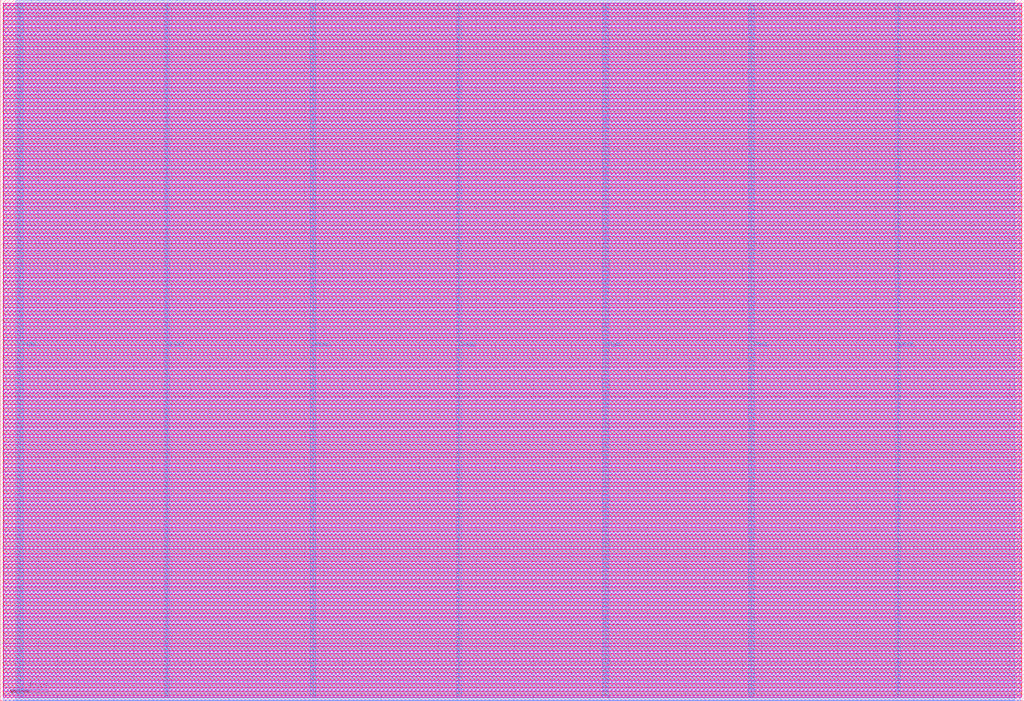
<source format=lef>
VERSION 5.7 ;
  NOWIREEXTENSIONATPIN ON ;
  DIVIDERCHAR "/" ;
  BUSBITCHARS "[]" ;
MACRO tt_um_MichaelBell_tinyQV
  CLASS BLOCK ;
  FOREIGN tt_um_MichaelBell_tinyQV ;
  ORIGIN 0.000 0.000 ;
  SIZE 1075.760 BY 736.960 ;
  PIN VGND
    DIRECTION INOUT ;
    USE GROUND ;
    PORT
      LAYER Metal4 ;
        RECT 22.180 3.620 23.780 733.340 ;
    END
    PORT
      LAYER Metal4 ;
        RECT 175.780 3.620 177.380 733.340 ;
    END
    PORT
      LAYER Metal4 ;
        RECT 329.380 3.620 330.980 733.340 ;
    END
    PORT
      LAYER Metal4 ;
        RECT 482.980 3.620 484.580 733.340 ;
    END
    PORT
      LAYER Metal4 ;
        RECT 636.580 3.620 638.180 733.340 ;
    END
    PORT
      LAYER Metal4 ;
        RECT 790.180 3.620 791.780 733.340 ;
    END
    PORT
      LAYER Metal4 ;
        RECT 943.780 3.620 945.380 733.340 ;
    END
  END VGND
  PIN VPWR
    DIRECTION INOUT ;
    USE POWER ;
    PORT
      LAYER Metal4 ;
        RECT 18.880 3.620 20.480 733.340 ;
    END
    PORT
      LAYER Metal4 ;
        RECT 172.480 3.620 174.080 733.340 ;
    END
    PORT
      LAYER Metal4 ;
        RECT 326.080 3.620 327.680 733.340 ;
    END
    PORT
      LAYER Metal4 ;
        RECT 479.680 3.620 481.280 733.340 ;
    END
    PORT
      LAYER Metal4 ;
        RECT 633.280 3.620 634.880 733.340 ;
    END
    PORT
      LAYER Metal4 ;
        RECT 786.880 3.620 788.480 733.340 ;
    END
    PORT
      LAYER Metal4 ;
        RECT 940.480 3.620 942.080 733.340 ;
    END
  END VPWR
  PIN clk
    DIRECTION INPUT ;
    USE SIGNAL ;
    ANTENNAGATEAREA 4.738000 ;
    PORT
      LAYER Metal4 ;
        RECT 331.090 735.960 331.390 736.960 ;
    END
  END clk
  PIN ena
    DIRECTION INPUT ;
    USE SIGNAL ;
    PORT
      LAYER Metal4 ;
        RECT 338.370 735.960 338.670 736.960 ;
    END
  END ena
  PIN rst_n
    DIRECTION INPUT ;
    USE SIGNAL ;
    ANTENNAGATEAREA 1.102000 ;
    PORT
      LAYER Metal4 ;
        RECT 323.810 735.960 324.110 736.960 ;
    END
  END rst_n
  PIN ui_in[0]
    DIRECTION INPUT ;
    USE SIGNAL ;
    ANTENNAGATEAREA 0.498500 ;
    PORT
      LAYER Metal4 ;
        RECT 316.530 735.960 316.830 736.960 ;
    END
  END ui_in[0]
  PIN ui_in[1]
    DIRECTION INPUT ;
    USE SIGNAL ;
    ANTENNAGATEAREA 0.498500 ;
    PORT
      LAYER Metal4 ;
        RECT 309.250 735.960 309.550 736.960 ;
    END
  END ui_in[1]
  PIN ui_in[2]
    DIRECTION INPUT ;
    USE SIGNAL ;
    ANTENNAGATEAREA 0.498500 ;
    PORT
      LAYER Metal4 ;
        RECT 301.970 735.960 302.270 736.960 ;
    END
  END ui_in[2]
  PIN ui_in[3]
    DIRECTION INPUT ;
    USE SIGNAL ;
    ANTENNAGATEAREA 0.741000 ;
    PORT
      LAYER Metal4 ;
        RECT 294.690 735.960 294.990 736.960 ;
    END
  END ui_in[3]
  PIN ui_in[4]
    DIRECTION INPUT ;
    USE SIGNAL ;
    ANTENNAGATEAREA 1.102000 ;
    PORT
      LAYER Metal4 ;
        RECT 287.410 735.960 287.710 736.960 ;
    END
  END ui_in[4]
  PIN ui_in[5]
    DIRECTION INPUT ;
    USE SIGNAL ;
    ANTENNAGATEAREA 1.102000 ;
    PORT
      LAYER Metal4 ;
        RECT 280.130 735.960 280.430 736.960 ;
    END
  END ui_in[5]
  PIN ui_in[6]
    DIRECTION INPUT ;
    USE SIGNAL ;
    ANTENNAGATEAREA 1.102000 ;
    PORT
      LAYER Metal4 ;
        RECT 272.850 735.960 273.150 736.960 ;
    END
  END ui_in[6]
  PIN ui_in[7]
    DIRECTION INPUT ;
    USE SIGNAL ;
    ANTENNAGATEAREA 0.741000 ;
    PORT
      LAYER Metal4 ;
        RECT 265.570 735.960 265.870 736.960 ;
    END
  END ui_in[7]
  PIN uio_in[0]
    DIRECTION INPUT ;
    USE SIGNAL ;
    PORT
      LAYER Metal4 ;
        RECT 258.290 735.960 258.590 736.960 ;
    END
  END uio_in[0]
  PIN uio_in[1]
    DIRECTION INPUT ;
    USE SIGNAL ;
    ANTENNAGATEAREA 0.498500 ;
    PORT
      LAYER Metal4 ;
        RECT 251.010 735.960 251.310 736.960 ;
    END
  END uio_in[1]
  PIN uio_in[2]
    DIRECTION INPUT ;
    USE SIGNAL ;
    ANTENNAGATEAREA 0.498500 ;
    PORT
      LAYER Metal4 ;
        RECT 243.730 735.960 244.030 736.960 ;
    END
  END uio_in[2]
  PIN uio_in[3]
    DIRECTION INPUT ;
    USE SIGNAL ;
    PORT
      LAYER Metal4 ;
        RECT 236.450 735.960 236.750 736.960 ;
    END
  END uio_in[3]
  PIN uio_in[4]
    DIRECTION INPUT ;
    USE SIGNAL ;
    ANTENNAGATEAREA 0.726000 ;
    PORT
      LAYER Metal4 ;
        RECT 229.170 735.960 229.470 736.960 ;
    END
  END uio_in[4]
  PIN uio_in[5]
    DIRECTION INPUT ;
    USE SIGNAL ;
    ANTENNAGATEAREA 0.741000 ;
    PORT
      LAYER Metal4 ;
        RECT 221.890 735.960 222.190 736.960 ;
    END
  END uio_in[5]
  PIN uio_in[6]
    DIRECTION INPUT ;
    USE SIGNAL ;
    PORT
      LAYER Metal4 ;
        RECT 214.610 735.960 214.910 736.960 ;
    END
  END uio_in[6]
  PIN uio_in[7]
    DIRECTION INPUT ;
    USE SIGNAL ;
    PORT
      LAYER Metal4 ;
        RECT 207.330 735.960 207.630 736.960 ;
    END
  END uio_in[7]
  PIN uio_oe[0]
    DIRECTION OUTPUT ;
    USE SIGNAL ;
    ANTENNADIFFAREA 2.080400 ;
    PORT
      LAYER Metal4 ;
        RECT 83.570 735.960 83.870 736.960 ;
    END
  END uio_oe[0]
  PIN uio_oe[1]
    DIRECTION OUTPUT ;
    USE SIGNAL ;
    ANTENNADIFFAREA 1.071900 ;
    PORT
      LAYER Metal4 ;
        RECT 76.290 735.960 76.590 736.960 ;
    END
  END uio_oe[1]
  PIN uio_oe[2]
    DIRECTION OUTPUT ;
    USE SIGNAL ;
    ANTENNADIFFAREA 2.080400 ;
    PORT
      LAYER Metal4 ;
        RECT 69.010 735.960 69.310 736.960 ;
    END
  END uio_oe[2]
  PIN uio_oe[3]
    DIRECTION OUTPUT ;
    USE SIGNAL ;
    ANTENNADIFFAREA 2.080400 ;
    PORT
      LAYER Metal4 ;
        RECT 61.730 735.960 62.030 736.960 ;
    END
  END uio_oe[3]
  PIN uio_oe[4]
    DIRECTION OUTPUT ;
    USE SIGNAL ;
    ANTENNADIFFAREA 2.080400 ;
    PORT
      LAYER Metal4 ;
        RECT 54.450 735.960 54.750 736.960 ;
    END
  END uio_oe[4]
  PIN uio_oe[5]
    DIRECTION OUTPUT ;
    USE SIGNAL ;
    ANTENNAGATEAREA 2.204000 ;
    ANTENNADIFFAREA 2.069600 ;
    PORT
      LAYER Metal4 ;
        RECT 47.170 735.960 47.470 736.960 ;
    END
  END uio_oe[5]
  PIN uio_oe[6]
    DIRECTION OUTPUT ;
    USE SIGNAL ;
    ANTENNADIFFAREA 2.080400 ;
    PORT
      LAYER Metal4 ;
        RECT 39.890 735.960 40.190 736.960 ;
    END
  END uio_oe[6]
  PIN uio_oe[7]
    DIRECTION OUTPUT ;
    USE SIGNAL ;
    ANTENNADIFFAREA 2.080400 ;
    PORT
      LAYER Metal4 ;
        RECT 32.610 735.960 32.910 736.960 ;
    END
  END uio_oe[7]
  PIN uio_out[0]
    DIRECTION OUTPUT ;
    USE SIGNAL ;
    ANTENNADIFFAREA 2.080400 ;
    PORT
      LAYER Metal4 ;
        RECT 141.810 735.960 142.110 736.960 ;
    END
  END uio_out[0]
  PIN uio_out[1]
    DIRECTION OUTPUT ;
    USE SIGNAL ;
    ANTENNADIFFAREA 2.256000 ;
    PORT
      LAYER Metal4 ;
        RECT 134.530 735.960 134.830 736.960 ;
    END
  END uio_out[1]
  PIN uio_out[2]
    DIRECTION OUTPUT ;
    USE SIGNAL ;
    ANTENNADIFFAREA 2.256000 ;
    PORT
      LAYER Metal4 ;
        RECT 127.250 735.960 127.550 736.960 ;
    END
  END uio_out[2]
  PIN uio_out[3]
    DIRECTION OUTPUT ;
    USE SIGNAL ;
    ANTENNADIFFAREA 1.986000 ;
    PORT
      LAYER Metal4 ;
        RECT 119.970 735.960 120.270 736.960 ;
    END
  END uio_out[3]
  PIN uio_out[4]
    DIRECTION OUTPUT ;
    USE SIGNAL ;
    ANTENNADIFFAREA 2.932000 ;
    PORT
      LAYER Metal4 ;
        RECT 112.690 735.960 112.990 736.960 ;
    END
  END uio_out[4]
  PIN uio_out[5]
    DIRECTION OUTPUT ;
    USE SIGNAL ;
    ANTENNADIFFAREA 2.256000 ;
    PORT
      LAYER Metal4 ;
        RECT 105.410 735.960 105.710 736.960 ;
    END
  END uio_out[5]
  PIN uio_out[6]
    DIRECTION OUTPUT ;
    USE SIGNAL ;
    ANTENNADIFFAREA 2.080400 ;
    PORT
      LAYER Metal4 ;
        RECT 98.130 735.960 98.430 736.960 ;
    END
  END uio_out[6]
  PIN uio_out[7]
    DIRECTION OUTPUT ;
    USE SIGNAL ;
    ANTENNADIFFAREA 4.389000 ;
    PORT
      LAYER Metal4 ;
        RECT 90.850 735.960 91.150 736.960 ;
    END
  END uio_out[7]
  PIN uo_out[0]
    DIRECTION OUTPUT ;
    USE SIGNAL ;
    ANTENNADIFFAREA 4.369000 ;
    PORT
      LAYER Metal4 ;
        RECT 200.050 735.960 200.350 736.960 ;
    END
  END uo_out[0]
  PIN uo_out[1]
    DIRECTION OUTPUT ;
    USE SIGNAL ;
    ANTENNADIFFAREA 4.369000 ;
    PORT
      LAYER Metal4 ;
        RECT 192.770 735.960 193.070 736.960 ;
    END
  END uo_out[1]
  PIN uo_out[2]
    DIRECTION OUTPUT ;
    USE SIGNAL ;
    ANTENNADIFFAREA 2.304600 ;
    PORT
      LAYER Metal4 ;
        RECT 185.490 735.960 185.790 736.960 ;
    END
  END uo_out[2]
  PIN uo_out[3]
    DIRECTION OUTPUT ;
    USE SIGNAL ;
    ANTENNADIFFAREA 2.304600 ;
    PORT
      LAYER Metal4 ;
        RECT 178.210 735.960 178.510 736.960 ;
    END
  END uo_out[3]
  PIN uo_out[4]
    DIRECTION OUTPUT ;
    USE SIGNAL ;
    ANTENNADIFFAREA 2.304600 ;
    PORT
      LAYER Metal4 ;
        RECT 170.930 735.960 171.230 736.960 ;
    END
  END uo_out[4]
  PIN uo_out[5]
    DIRECTION OUTPUT ;
    USE SIGNAL ;
    ANTENNADIFFAREA 2.304600 ;
    PORT
      LAYER Metal4 ;
        RECT 163.650 735.960 163.950 736.960 ;
    END
  END uo_out[5]
  PIN uo_out[6]
    DIRECTION OUTPUT ;
    USE SIGNAL ;
    ANTENNADIFFAREA 2.256000 ;
    PORT
      LAYER Metal4 ;
        RECT 156.370 735.960 156.670 736.960 ;
    END
  END uo_out[6]
  PIN uo_out[7]
    DIRECTION OUTPUT ;
    USE SIGNAL ;
    ANTENNADIFFAREA 2.256000 ;
    PORT
      LAYER Metal4 ;
        RECT 149.090 735.960 149.390 736.960 ;
    END
  END uo_out[7]
  OBS
      LAYER Pwell ;
        RECT 2.930 731.280 1073.390 733.470 ;
      LAYER Nwell ;
        RECT 2.930 726.960 1073.390 731.280 ;
      LAYER Pwell ;
        RECT 2.930 723.440 1073.390 726.960 ;
      LAYER Nwell ;
        RECT 2.930 719.120 1073.390 723.440 ;
      LAYER Pwell ;
        RECT 2.930 715.600 1073.390 719.120 ;
      LAYER Nwell ;
        RECT 2.930 711.280 1073.390 715.600 ;
      LAYER Pwell ;
        RECT 2.930 707.760 1073.390 711.280 ;
      LAYER Nwell ;
        RECT 2.930 703.440 1073.390 707.760 ;
      LAYER Pwell ;
        RECT 2.930 699.920 1073.390 703.440 ;
      LAYER Nwell ;
        RECT 2.930 695.600 1073.390 699.920 ;
      LAYER Pwell ;
        RECT 2.930 692.080 1073.390 695.600 ;
      LAYER Nwell ;
        RECT 2.930 687.760 1073.390 692.080 ;
      LAYER Pwell ;
        RECT 2.930 684.240 1073.390 687.760 ;
      LAYER Nwell ;
        RECT 2.930 679.920 1073.390 684.240 ;
      LAYER Pwell ;
        RECT 2.930 676.400 1073.390 679.920 ;
      LAYER Nwell ;
        RECT 2.930 672.080 1073.390 676.400 ;
      LAYER Pwell ;
        RECT 2.930 668.560 1073.390 672.080 ;
      LAYER Nwell ;
        RECT 2.930 664.240 1073.390 668.560 ;
      LAYER Pwell ;
        RECT 2.930 660.720 1073.390 664.240 ;
      LAYER Nwell ;
        RECT 2.930 656.400 1073.390 660.720 ;
      LAYER Pwell ;
        RECT 2.930 652.880 1073.390 656.400 ;
      LAYER Nwell ;
        RECT 2.930 648.560 1073.390 652.880 ;
      LAYER Pwell ;
        RECT 2.930 645.040 1073.390 648.560 ;
      LAYER Nwell ;
        RECT 2.930 640.720 1073.390 645.040 ;
      LAYER Pwell ;
        RECT 2.930 637.200 1073.390 640.720 ;
      LAYER Nwell ;
        RECT 2.930 632.880 1073.390 637.200 ;
      LAYER Pwell ;
        RECT 2.930 629.360 1073.390 632.880 ;
      LAYER Nwell ;
        RECT 2.930 625.040 1073.390 629.360 ;
      LAYER Pwell ;
        RECT 2.930 621.520 1073.390 625.040 ;
      LAYER Nwell ;
        RECT 2.930 617.200 1073.390 621.520 ;
      LAYER Pwell ;
        RECT 2.930 613.680 1073.390 617.200 ;
      LAYER Nwell ;
        RECT 2.930 609.360 1073.390 613.680 ;
      LAYER Pwell ;
        RECT 2.930 605.840 1073.390 609.360 ;
      LAYER Nwell ;
        RECT 2.930 601.520 1073.390 605.840 ;
      LAYER Pwell ;
        RECT 2.930 598.000 1073.390 601.520 ;
      LAYER Nwell ;
        RECT 2.930 593.680 1073.390 598.000 ;
      LAYER Pwell ;
        RECT 2.930 590.160 1073.390 593.680 ;
      LAYER Nwell ;
        RECT 2.930 585.840 1073.390 590.160 ;
      LAYER Pwell ;
        RECT 2.930 582.320 1073.390 585.840 ;
      LAYER Nwell ;
        RECT 2.930 578.000 1073.390 582.320 ;
      LAYER Pwell ;
        RECT 2.930 574.480 1073.390 578.000 ;
      LAYER Nwell ;
        RECT 2.930 570.160 1073.390 574.480 ;
      LAYER Pwell ;
        RECT 2.930 566.640 1073.390 570.160 ;
      LAYER Nwell ;
        RECT 2.930 562.320 1073.390 566.640 ;
      LAYER Pwell ;
        RECT 2.930 558.800 1073.390 562.320 ;
      LAYER Nwell ;
        RECT 2.930 554.480 1073.390 558.800 ;
      LAYER Pwell ;
        RECT 2.930 550.960 1073.390 554.480 ;
      LAYER Nwell ;
        RECT 2.930 546.640 1073.390 550.960 ;
      LAYER Pwell ;
        RECT 2.930 543.120 1073.390 546.640 ;
      LAYER Nwell ;
        RECT 2.930 538.800 1073.390 543.120 ;
      LAYER Pwell ;
        RECT 2.930 535.280 1073.390 538.800 ;
      LAYER Nwell ;
        RECT 2.930 530.960 1073.390 535.280 ;
      LAYER Pwell ;
        RECT 2.930 527.440 1073.390 530.960 ;
      LAYER Nwell ;
        RECT 2.930 523.120 1073.390 527.440 ;
      LAYER Pwell ;
        RECT 2.930 519.600 1073.390 523.120 ;
      LAYER Nwell ;
        RECT 2.930 515.280 1073.390 519.600 ;
      LAYER Pwell ;
        RECT 2.930 511.760 1073.390 515.280 ;
      LAYER Nwell ;
        RECT 2.930 507.440 1073.390 511.760 ;
      LAYER Pwell ;
        RECT 2.930 503.920 1073.390 507.440 ;
      LAYER Nwell ;
        RECT 2.930 499.600 1073.390 503.920 ;
      LAYER Pwell ;
        RECT 2.930 496.080 1073.390 499.600 ;
      LAYER Nwell ;
        RECT 2.930 491.760 1073.390 496.080 ;
      LAYER Pwell ;
        RECT 2.930 488.240 1073.390 491.760 ;
      LAYER Nwell ;
        RECT 2.930 483.920 1073.390 488.240 ;
      LAYER Pwell ;
        RECT 2.930 480.400 1073.390 483.920 ;
      LAYER Nwell ;
        RECT 2.930 476.080 1073.390 480.400 ;
      LAYER Pwell ;
        RECT 2.930 472.560 1073.390 476.080 ;
      LAYER Nwell ;
        RECT 2.930 468.240 1073.390 472.560 ;
      LAYER Pwell ;
        RECT 2.930 464.720 1073.390 468.240 ;
      LAYER Nwell ;
        RECT 2.930 460.400 1073.390 464.720 ;
      LAYER Pwell ;
        RECT 2.930 456.880 1073.390 460.400 ;
      LAYER Nwell ;
        RECT 2.930 452.560 1073.390 456.880 ;
      LAYER Pwell ;
        RECT 2.930 449.040 1073.390 452.560 ;
      LAYER Nwell ;
        RECT 2.930 444.720 1073.390 449.040 ;
      LAYER Pwell ;
        RECT 2.930 441.200 1073.390 444.720 ;
      LAYER Nwell ;
        RECT 2.930 436.880 1073.390 441.200 ;
      LAYER Pwell ;
        RECT 2.930 433.360 1073.390 436.880 ;
      LAYER Nwell ;
        RECT 2.930 429.040 1073.390 433.360 ;
      LAYER Pwell ;
        RECT 2.930 425.520 1073.390 429.040 ;
      LAYER Nwell ;
        RECT 2.930 421.200 1073.390 425.520 ;
      LAYER Pwell ;
        RECT 2.930 417.680 1073.390 421.200 ;
      LAYER Nwell ;
        RECT 2.930 413.360 1073.390 417.680 ;
      LAYER Pwell ;
        RECT 2.930 409.840 1073.390 413.360 ;
      LAYER Nwell ;
        RECT 2.930 405.520 1073.390 409.840 ;
      LAYER Pwell ;
        RECT 2.930 402.000 1073.390 405.520 ;
      LAYER Nwell ;
        RECT 2.930 397.680 1073.390 402.000 ;
      LAYER Pwell ;
        RECT 2.930 394.160 1073.390 397.680 ;
      LAYER Nwell ;
        RECT 2.930 389.840 1073.390 394.160 ;
      LAYER Pwell ;
        RECT 2.930 386.320 1073.390 389.840 ;
      LAYER Nwell ;
        RECT 2.930 382.000 1073.390 386.320 ;
      LAYER Pwell ;
        RECT 2.930 378.480 1073.390 382.000 ;
      LAYER Nwell ;
        RECT 2.930 374.160 1073.390 378.480 ;
      LAYER Pwell ;
        RECT 2.930 370.640 1073.390 374.160 ;
      LAYER Nwell ;
        RECT 2.930 366.320 1073.390 370.640 ;
      LAYER Pwell ;
        RECT 2.930 362.800 1073.390 366.320 ;
      LAYER Nwell ;
        RECT 2.930 358.480 1073.390 362.800 ;
      LAYER Pwell ;
        RECT 2.930 354.960 1073.390 358.480 ;
      LAYER Nwell ;
        RECT 2.930 350.640 1073.390 354.960 ;
      LAYER Pwell ;
        RECT 2.930 347.120 1073.390 350.640 ;
      LAYER Nwell ;
        RECT 2.930 342.800 1073.390 347.120 ;
      LAYER Pwell ;
        RECT 2.930 339.280 1073.390 342.800 ;
      LAYER Nwell ;
        RECT 2.930 334.960 1073.390 339.280 ;
      LAYER Pwell ;
        RECT 2.930 331.440 1073.390 334.960 ;
      LAYER Nwell ;
        RECT 2.930 327.120 1073.390 331.440 ;
      LAYER Pwell ;
        RECT 2.930 323.600 1073.390 327.120 ;
      LAYER Nwell ;
        RECT 2.930 319.280 1073.390 323.600 ;
      LAYER Pwell ;
        RECT 2.930 315.760 1073.390 319.280 ;
      LAYER Nwell ;
        RECT 2.930 311.440 1073.390 315.760 ;
      LAYER Pwell ;
        RECT 2.930 307.920 1073.390 311.440 ;
      LAYER Nwell ;
        RECT 2.930 303.600 1073.390 307.920 ;
      LAYER Pwell ;
        RECT 2.930 300.080 1073.390 303.600 ;
      LAYER Nwell ;
        RECT 2.930 295.760 1073.390 300.080 ;
      LAYER Pwell ;
        RECT 2.930 292.240 1073.390 295.760 ;
      LAYER Nwell ;
        RECT 2.930 287.920 1073.390 292.240 ;
      LAYER Pwell ;
        RECT 2.930 284.400 1073.390 287.920 ;
      LAYER Nwell ;
        RECT 2.930 280.080 1073.390 284.400 ;
      LAYER Pwell ;
        RECT 2.930 276.560 1073.390 280.080 ;
      LAYER Nwell ;
        RECT 2.930 272.240 1073.390 276.560 ;
      LAYER Pwell ;
        RECT 2.930 268.720 1073.390 272.240 ;
      LAYER Nwell ;
        RECT 2.930 264.400 1073.390 268.720 ;
      LAYER Pwell ;
        RECT 2.930 260.880 1073.390 264.400 ;
      LAYER Nwell ;
        RECT 2.930 256.560 1073.390 260.880 ;
      LAYER Pwell ;
        RECT 2.930 253.040 1073.390 256.560 ;
      LAYER Nwell ;
        RECT 2.930 248.720 1073.390 253.040 ;
      LAYER Pwell ;
        RECT 2.930 245.200 1073.390 248.720 ;
      LAYER Nwell ;
        RECT 2.930 240.880 1073.390 245.200 ;
      LAYER Pwell ;
        RECT 2.930 237.360 1073.390 240.880 ;
      LAYER Nwell ;
        RECT 2.930 233.040 1073.390 237.360 ;
      LAYER Pwell ;
        RECT 2.930 229.520 1073.390 233.040 ;
      LAYER Nwell ;
        RECT 2.930 225.200 1073.390 229.520 ;
      LAYER Pwell ;
        RECT 2.930 221.680 1073.390 225.200 ;
      LAYER Nwell ;
        RECT 2.930 217.360 1073.390 221.680 ;
      LAYER Pwell ;
        RECT 2.930 213.840 1073.390 217.360 ;
      LAYER Nwell ;
        RECT 2.930 209.520 1073.390 213.840 ;
      LAYER Pwell ;
        RECT 2.930 206.000 1073.390 209.520 ;
      LAYER Nwell ;
        RECT 2.930 201.680 1073.390 206.000 ;
      LAYER Pwell ;
        RECT 2.930 198.160 1073.390 201.680 ;
      LAYER Nwell ;
        RECT 2.930 193.840 1073.390 198.160 ;
      LAYER Pwell ;
        RECT 2.930 190.320 1073.390 193.840 ;
      LAYER Nwell ;
        RECT 2.930 186.000 1073.390 190.320 ;
      LAYER Pwell ;
        RECT 2.930 182.480 1073.390 186.000 ;
      LAYER Nwell ;
        RECT 2.930 178.160 1073.390 182.480 ;
      LAYER Pwell ;
        RECT 2.930 174.640 1073.390 178.160 ;
      LAYER Nwell ;
        RECT 2.930 170.320 1073.390 174.640 ;
      LAYER Pwell ;
        RECT 2.930 166.800 1073.390 170.320 ;
      LAYER Nwell ;
        RECT 2.930 162.480 1073.390 166.800 ;
      LAYER Pwell ;
        RECT 2.930 158.960 1073.390 162.480 ;
      LAYER Nwell ;
        RECT 2.930 154.640 1073.390 158.960 ;
      LAYER Pwell ;
        RECT 2.930 151.120 1073.390 154.640 ;
      LAYER Nwell ;
        RECT 2.930 146.800 1073.390 151.120 ;
      LAYER Pwell ;
        RECT 2.930 143.280 1073.390 146.800 ;
      LAYER Nwell ;
        RECT 2.930 138.960 1073.390 143.280 ;
      LAYER Pwell ;
        RECT 2.930 135.440 1073.390 138.960 ;
      LAYER Nwell ;
        RECT 2.930 131.120 1073.390 135.440 ;
      LAYER Pwell ;
        RECT 2.930 127.600 1073.390 131.120 ;
      LAYER Nwell ;
        RECT 2.930 123.280 1073.390 127.600 ;
      LAYER Pwell ;
        RECT 2.930 119.760 1073.390 123.280 ;
      LAYER Nwell ;
        RECT 2.930 115.440 1073.390 119.760 ;
      LAYER Pwell ;
        RECT 2.930 111.920 1073.390 115.440 ;
      LAYER Nwell ;
        RECT 2.930 107.600 1073.390 111.920 ;
      LAYER Pwell ;
        RECT 2.930 104.080 1073.390 107.600 ;
      LAYER Nwell ;
        RECT 2.930 99.760 1073.390 104.080 ;
      LAYER Pwell ;
        RECT 2.930 96.240 1073.390 99.760 ;
      LAYER Nwell ;
        RECT 2.930 91.920 1073.390 96.240 ;
      LAYER Pwell ;
        RECT 2.930 88.400 1073.390 91.920 ;
      LAYER Nwell ;
        RECT 2.930 84.080 1073.390 88.400 ;
      LAYER Pwell ;
        RECT 2.930 80.560 1073.390 84.080 ;
      LAYER Nwell ;
        RECT 2.930 76.240 1073.390 80.560 ;
      LAYER Pwell ;
        RECT 2.930 72.720 1073.390 76.240 ;
      LAYER Nwell ;
        RECT 2.930 68.400 1073.390 72.720 ;
      LAYER Pwell ;
        RECT 2.930 64.880 1073.390 68.400 ;
      LAYER Nwell ;
        RECT 2.930 60.560 1073.390 64.880 ;
      LAYER Pwell ;
        RECT 2.930 57.040 1073.390 60.560 ;
      LAYER Nwell ;
        RECT 2.930 52.720 1073.390 57.040 ;
      LAYER Pwell ;
        RECT 2.930 49.200 1073.390 52.720 ;
      LAYER Nwell ;
        RECT 2.930 44.880 1073.390 49.200 ;
      LAYER Pwell ;
        RECT 2.930 41.360 1073.390 44.880 ;
      LAYER Nwell ;
        RECT 2.930 37.040 1073.390 41.360 ;
      LAYER Pwell ;
        RECT 2.930 33.520 1073.390 37.040 ;
      LAYER Nwell ;
        RECT 2.930 29.200 1073.390 33.520 ;
      LAYER Pwell ;
        RECT 2.930 25.680 1073.390 29.200 ;
      LAYER Nwell ;
        RECT 2.930 21.360 1073.390 25.680 ;
      LAYER Pwell ;
        RECT 2.930 17.840 1073.390 21.360 ;
      LAYER Nwell ;
        RECT 2.930 13.520 1073.390 17.840 ;
      LAYER Pwell ;
        RECT 2.930 10.000 1073.390 13.520 ;
      LAYER Nwell ;
        RECT 2.930 5.680 1073.390 10.000 ;
      LAYER Pwell ;
        RECT 2.930 3.490 1073.390 5.680 ;
      LAYER Metal1 ;
        RECT 3.360 3.620 1072.960 733.340 ;
      LAYER Metal2 ;
        RECT 3.500 0.090 1071.700 733.230 ;
      LAYER Metal3 ;
        RECT 3.450 0.140 1071.750 733.180 ;
      LAYER Metal4 ;
        RECT 16.380 735.660 32.310 735.960 ;
        RECT 33.210 735.660 39.590 735.960 ;
        RECT 40.490 735.660 46.870 735.960 ;
        RECT 47.770 735.660 54.150 735.960 ;
        RECT 55.050 735.660 61.430 735.960 ;
        RECT 62.330 735.660 68.710 735.960 ;
        RECT 69.610 735.660 75.990 735.960 ;
        RECT 76.890 735.660 83.270 735.960 ;
        RECT 84.170 735.660 90.550 735.960 ;
        RECT 91.450 735.660 97.830 735.960 ;
        RECT 98.730 735.660 105.110 735.960 ;
        RECT 106.010 735.660 112.390 735.960 ;
        RECT 113.290 735.660 119.670 735.960 ;
        RECT 120.570 735.660 126.950 735.960 ;
        RECT 127.850 735.660 134.230 735.960 ;
        RECT 135.130 735.660 141.510 735.960 ;
        RECT 142.410 735.660 148.790 735.960 ;
        RECT 149.690 735.660 156.070 735.960 ;
        RECT 156.970 735.660 163.350 735.960 ;
        RECT 164.250 735.660 170.630 735.960 ;
        RECT 171.530 735.660 177.910 735.960 ;
        RECT 178.810 735.660 185.190 735.960 ;
        RECT 186.090 735.660 192.470 735.960 ;
        RECT 193.370 735.660 199.750 735.960 ;
        RECT 200.650 735.660 207.030 735.960 ;
        RECT 207.930 735.660 214.310 735.960 ;
        RECT 215.210 735.660 221.590 735.960 ;
        RECT 222.490 735.660 228.870 735.960 ;
        RECT 229.770 735.660 236.150 735.960 ;
        RECT 237.050 735.660 243.430 735.960 ;
        RECT 244.330 735.660 250.710 735.960 ;
        RECT 251.610 735.660 257.990 735.960 ;
        RECT 258.890 735.660 265.270 735.960 ;
        RECT 266.170 735.660 272.550 735.960 ;
        RECT 273.450 735.660 279.830 735.960 ;
        RECT 280.730 735.660 287.110 735.960 ;
        RECT 288.010 735.660 294.390 735.960 ;
        RECT 295.290 735.660 301.670 735.960 ;
        RECT 302.570 735.660 308.950 735.960 ;
        RECT 309.850 735.660 316.230 735.960 ;
        RECT 317.130 735.660 323.510 735.960 ;
        RECT 324.410 735.660 330.790 735.960 ;
        RECT 331.690 735.660 338.070 735.960 ;
        RECT 338.970 735.660 1065.540 735.960 ;
        RECT 16.380 733.640 1065.540 735.660 ;
        RECT 16.380 3.320 18.580 733.640 ;
        RECT 20.780 3.320 21.880 733.640 ;
        RECT 24.080 3.320 172.180 733.640 ;
        RECT 174.380 3.320 175.480 733.640 ;
        RECT 177.680 3.320 325.780 733.640 ;
        RECT 327.980 3.320 329.080 733.640 ;
        RECT 331.280 3.320 479.380 733.640 ;
        RECT 481.580 3.320 482.680 733.640 ;
        RECT 484.880 3.320 632.980 733.640 ;
        RECT 635.180 3.320 636.280 733.640 ;
        RECT 638.480 3.320 786.580 733.640 ;
        RECT 788.780 3.320 789.880 733.640 ;
        RECT 792.080 3.320 940.180 733.640 ;
        RECT 942.380 3.320 943.480 733.640 ;
        RECT 945.680 3.320 1065.540 733.640 ;
        RECT 16.380 0.650 1065.540 3.320 ;
  END
END tt_um_MichaelBell_tinyQV
END LIBRARY


</source>
